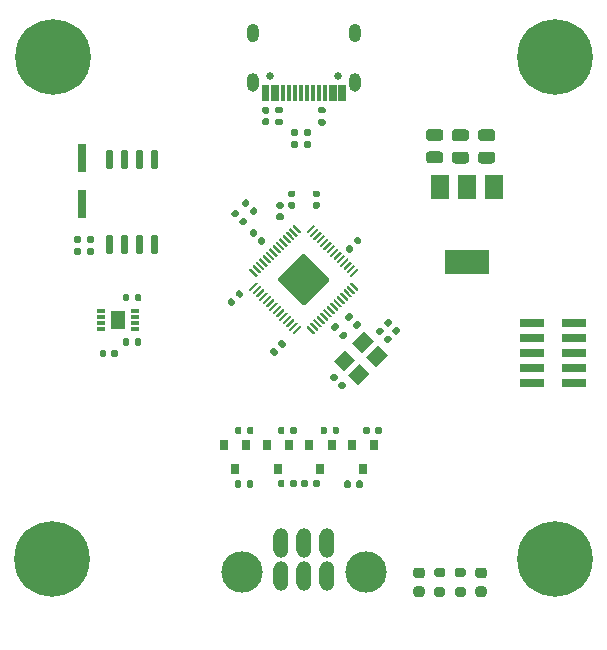
<source format=gts>
G04 #@! TF.GenerationSoftware,KiCad,Pcbnew,5.1.10*
G04 #@! TF.CreationDate,2021-06-17T07:00:03-06:00*
G04 #@! TF.ProjectId,cable-link,6361626c-652d-46c6-996e-6b2e6b696361,rev?*
G04 #@! TF.SameCoordinates,Original*
G04 #@! TF.FileFunction,Soldermask,Top*
G04 #@! TF.FilePolarity,Negative*
%FSLAX46Y46*%
G04 Gerber Fmt 4.6, Leading zero omitted, Abs format (unit mm)*
G04 Created by KiCad (PCBNEW 5.1.10) date 2021-06-17 07:00:03*
%MOMM*%
%LPD*%
G01*
G04 APERTURE LIST*
%ADD10R,2.050000X0.760000*%
%ADD11C,0.800000*%
%ADD12C,6.400000*%
%ADD13R,0.740000X2.400000*%
%ADD14O,1.270000X2.540000*%
%ADD15C,3.500000*%
%ADD16R,0.800000X0.900000*%
%ADD17R,3.800000X2.000000*%
%ADD18R,1.500000X2.000000*%
%ADD19R,0.750000X0.300000*%
%ADD20R,1.300000X1.500000*%
%ADD21C,0.150000*%
%ADD22R,0.300000X1.450000*%
%ADD23C,0.670000*%
G04 APERTURE END LIST*
D10*
G04 #@! TO.C,J4*
X67855000Y-51365000D03*
X64295000Y-51365000D03*
X67855000Y-50095000D03*
X64295000Y-50095000D03*
X67855000Y-48825000D03*
X64295000Y-48825000D03*
X67855000Y-47555000D03*
X64295000Y-47555000D03*
X67855000Y-46285000D03*
X64295000Y-46285000D03*
G04 #@! TD*
G04 #@! TO.C,C9*
G36*
G01*
X58725000Y-30900000D02*
X57775000Y-30900000D01*
G75*
G02*
X57525000Y-30650000I0J250000D01*
G01*
X57525000Y-30150000D01*
G75*
G02*
X57775000Y-29900000I250000J0D01*
G01*
X58725000Y-29900000D01*
G75*
G02*
X58975000Y-30150000I0J-250000D01*
G01*
X58975000Y-30650000D01*
G75*
G02*
X58725000Y-30900000I-250000J0D01*
G01*
G37*
G36*
G01*
X58725000Y-32800000D02*
X57775000Y-32800000D01*
G75*
G02*
X57525000Y-32550000I0J250000D01*
G01*
X57525000Y-32050000D01*
G75*
G02*
X57775000Y-31800000I250000J0D01*
G01*
X58725000Y-31800000D01*
G75*
G02*
X58975000Y-32050000I0J-250000D01*
G01*
X58975000Y-32550000D01*
G75*
G02*
X58725000Y-32800000I-250000J0D01*
G01*
G37*
G04 #@! TD*
G04 #@! TO.C,C5*
G36*
G01*
X56550000Y-30875000D02*
X55600000Y-30875000D01*
G75*
G02*
X55350000Y-30625000I0J250000D01*
G01*
X55350000Y-30125000D01*
G75*
G02*
X55600000Y-29875000I250000J0D01*
G01*
X56550000Y-29875000D01*
G75*
G02*
X56800000Y-30125000I0J-250000D01*
G01*
X56800000Y-30625000D01*
G75*
G02*
X56550000Y-30875000I-250000J0D01*
G01*
G37*
G36*
G01*
X56550000Y-32775000D02*
X55600000Y-32775000D01*
G75*
G02*
X55350000Y-32525000I0J250000D01*
G01*
X55350000Y-32025000D01*
G75*
G02*
X55600000Y-31775000I250000J0D01*
G01*
X56550000Y-31775000D01*
G75*
G02*
X56800000Y-32025000I0J-250000D01*
G01*
X56800000Y-32525000D01*
G75*
G02*
X56550000Y-32775000I-250000J0D01*
G01*
G37*
G04 #@! TD*
D11*
G04 #@! TO.C,H4*
X25394112Y-64605888D03*
X23697056Y-63902944D03*
X22000000Y-64605888D03*
X21297056Y-66302944D03*
X22000000Y-68000000D03*
X23697056Y-68702944D03*
X25394112Y-68000000D03*
X26097056Y-66302944D03*
D12*
X23697056Y-66302944D03*
G04 #@! TD*
D11*
G04 #@! TO.C,H3*
X67947056Y-64552944D03*
X66250000Y-63850000D03*
X64552944Y-64552944D03*
X63850000Y-66250000D03*
X64552944Y-67947056D03*
X66250000Y-68650000D03*
X67947056Y-67947056D03*
X68650000Y-66250000D03*
D12*
X66250000Y-66250000D03*
G04 #@! TD*
D11*
G04 #@! TO.C,H2*
X67947056Y-22052944D03*
X66250000Y-21350000D03*
X64552944Y-22052944D03*
X63850000Y-23750000D03*
X64552944Y-25447056D03*
X66250000Y-26150000D03*
X67947056Y-25447056D03*
X68650000Y-23750000D03*
D12*
X66250000Y-23750000D03*
G04 #@! TD*
D11*
G04 #@! TO.C,H1*
X25447056Y-22052944D03*
X23750000Y-21350000D03*
X22052944Y-22052944D03*
X21350000Y-23750000D03*
X22052944Y-25447056D03*
X23750000Y-26150000D03*
X25447056Y-25447056D03*
X26150000Y-23750000D03*
D12*
X23750000Y-23750000D03*
G04 #@! TD*
G04 #@! TO.C,C2*
G36*
G01*
X48542355Y-51654630D02*
X48301939Y-51895046D01*
G75*
G02*
X48103949Y-51895046I-98995J98995D01*
G01*
X47905959Y-51697056D01*
G75*
G02*
X47905959Y-51499066I98995J98995D01*
G01*
X48146375Y-51258650D01*
G75*
G02*
X48344365Y-51258650I98995J-98995D01*
G01*
X48542355Y-51456640D01*
G75*
G02*
X48542355Y-51654630I-98995J-98995D01*
G01*
G37*
G36*
G01*
X47863533Y-50975808D02*
X47623117Y-51216224D01*
G75*
G02*
X47425127Y-51216224I-98995J98995D01*
G01*
X47227137Y-51018234D01*
G75*
G02*
X47227137Y-50820244I98995J98995D01*
G01*
X47467553Y-50579828D01*
G75*
G02*
X47665543Y-50579828I98995J-98995D01*
G01*
X47863533Y-50777818D01*
G75*
G02*
X47863533Y-50975808I-98995J-98995D01*
G01*
G37*
G04 #@! TD*
G04 #@! TO.C,C3*
G36*
G01*
X41732609Y-39417193D02*
X41492193Y-39657609D01*
G75*
G02*
X41294203Y-39657609I-98995J98995D01*
G01*
X41096213Y-39459619D01*
G75*
G02*
X41096213Y-39261629I98995J98995D01*
G01*
X41336629Y-39021213D01*
G75*
G02*
X41534619Y-39021213I98995J-98995D01*
G01*
X41732609Y-39219203D01*
G75*
G02*
X41732609Y-39417193I-98995J-98995D01*
G01*
G37*
G36*
G01*
X41053787Y-38738371D02*
X40813371Y-38978787D01*
G75*
G02*
X40615381Y-38978787I-98995J98995D01*
G01*
X40417391Y-38780797D01*
G75*
G02*
X40417391Y-38582807I98995J98995D01*
G01*
X40657807Y-38342391D01*
G75*
G02*
X40855797Y-38342391I98995J-98995D01*
G01*
X41053787Y-38540381D01*
G75*
G02*
X41053787Y-38738371I-98995J-98995D01*
G01*
G37*
G04 #@! TD*
G04 #@! TO.C,C4*
G36*
G01*
X52496213Y-46886629D02*
X52736629Y-46646213D01*
G75*
G02*
X52934619Y-46646213I98995J-98995D01*
G01*
X53132609Y-46844203D01*
G75*
G02*
X53132609Y-47042193I-98995J-98995D01*
G01*
X52892193Y-47282609D01*
G75*
G02*
X52694203Y-47282609I-98995J98995D01*
G01*
X52496213Y-47084619D01*
G75*
G02*
X52496213Y-46886629I98995J98995D01*
G01*
G37*
G36*
G01*
X51817391Y-46207807D02*
X52057807Y-45967391D01*
G75*
G02*
X52255797Y-45967391I98995J-98995D01*
G01*
X52453787Y-46165381D01*
G75*
G02*
X52453787Y-46363371I-98995J-98995D01*
G01*
X52213371Y-46603787D01*
G75*
G02*
X52015381Y-46603787I-98995J98995D01*
G01*
X51817391Y-46405797D01*
G75*
G02*
X51817391Y-46207807I98995J98995D01*
G01*
G37*
G04 #@! TD*
G04 #@! TO.C,C6*
G36*
G01*
X42805000Y-37025000D02*
X43145000Y-37025000D01*
G75*
G02*
X43285000Y-37165000I0J-140000D01*
G01*
X43285000Y-37445000D01*
G75*
G02*
X43145000Y-37585000I-140000J0D01*
G01*
X42805000Y-37585000D01*
G75*
G02*
X42665000Y-37445000I0J140000D01*
G01*
X42665000Y-37165000D01*
G75*
G02*
X42805000Y-37025000I140000J0D01*
G01*
G37*
G36*
G01*
X42805000Y-36065000D02*
X43145000Y-36065000D01*
G75*
G02*
X43285000Y-36205000I0J-140000D01*
G01*
X43285000Y-36485000D01*
G75*
G02*
X43145000Y-36625000I-140000J0D01*
G01*
X42805000Y-36625000D01*
G75*
G02*
X42665000Y-36485000I0J140000D01*
G01*
X42665000Y-36205000D01*
G75*
G02*
X42805000Y-36065000I140000J0D01*
G01*
G37*
G04 #@! TD*
G04 #@! TO.C,C7*
G36*
G01*
X43805000Y-35090000D02*
X44145000Y-35090000D01*
G75*
G02*
X44285000Y-35230000I0J-140000D01*
G01*
X44285000Y-35510000D01*
G75*
G02*
X44145000Y-35650000I-140000J0D01*
G01*
X43805000Y-35650000D01*
G75*
G02*
X43665000Y-35510000I0J140000D01*
G01*
X43665000Y-35230000D01*
G75*
G02*
X43805000Y-35090000I140000J0D01*
G01*
G37*
G36*
G01*
X43805000Y-36050000D02*
X44145000Y-36050000D01*
G75*
G02*
X44285000Y-36190000I0J-140000D01*
G01*
X44285000Y-36470000D01*
G75*
G02*
X44145000Y-36610000I-140000J0D01*
G01*
X43805000Y-36610000D01*
G75*
G02*
X43665000Y-36470000I0J140000D01*
G01*
X43665000Y-36190000D01*
G75*
G02*
X43805000Y-36050000I140000J0D01*
G01*
G37*
G04 #@! TD*
G04 #@! TO.C,C8*
G36*
G01*
X39503787Y-37113371D02*
X39263371Y-37353787D01*
G75*
G02*
X39065381Y-37353787I-98995J98995D01*
G01*
X38867391Y-37155797D01*
G75*
G02*
X38867391Y-36957807I98995J98995D01*
G01*
X39107807Y-36717391D01*
G75*
G02*
X39305797Y-36717391I98995J-98995D01*
G01*
X39503787Y-36915381D01*
G75*
G02*
X39503787Y-37113371I-98995J-98995D01*
G01*
G37*
G36*
G01*
X40182609Y-37792193D02*
X39942193Y-38032609D01*
G75*
G02*
X39744203Y-38032609I-98995J98995D01*
G01*
X39546213Y-37834619D01*
G75*
G02*
X39546213Y-37636629I98995J98995D01*
G01*
X39786629Y-37396213D01*
G75*
G02*
X39984619Y-37396213I98995J-98995D01*
G01*
X40182609Y-37594203D01*
G75*
G02*
X40182609Y-37792193I-98995J-98995D01*
G01*
G37*
G04 #@! TD*
G04 #@! TO.C,C10*
G36*
G01*
X46220000Y-36610000D02*
X45880000Y-36610000D01*
G75*
G02*
X45740000Y-36470000I0J140000D01*
G01*
X45740000Y-36190000D01*
G75*
G02*
X45880000Y-36050000I140000J0D01*
G01*
X46220000Y-36050000D01*
G75*
G02*
X46360000Y-36190000I0J-140000D01*
G01*
X46360000Y-36470000D01*
G75*
G02*
X46220000Y-36610000I-140000J0D01*
G01*
G37*
G36*
G01*
X46220000Y-35650000D02*
X45880000Y-35650000D01*
G75*
G02*
X45740000Y-35510000I0J140000D01*
G01*
X45740000Y-35230000D01*
G75*
G02*
X45880000Y-35090000I140000J0D01*
G01*
X46220000Y-35090000D01*
G75*
G02*
X46360000Y-35230000I0J-140000D01*
G01*
X46360000Y-35510000D01*
G75*
G02*
X46220000Y-35650000I-140000J0D01*
G01*
G37*
G04 #@! TD*
G04 #@! TO.C,C11*
G36*
G01*
X60950000Y-32800000D02*
X60000000Y-32800000D01*
G75*
G02*
X59750000Y-32550000I0J250000D01*
G01*
X59750000Y-32050000D01*
G75*
G02*
X60000000Y-31800000I250000J0D01*
G01*
X60950000Y-31800000D01*
G75*
G02*
X61200000Y-32050000I0J-250000D01*
G01*
X61200000Y-32550000D01*
G75*
G02*
X60950000Y-32800000I-250000J0D01*
G01*
G37*
G36*
G01*
X60950000Y-30900000D02*
X60000000Y-30900000D01*
G75*
G02*
X59750000Y-30650000I0J250000D01*
G01*
X59750000Y-30150000D01*
G75*
G02*
X60000000Y-29900000I250000J0D01*
G01*
X60950000Y-29900000D01*
G75*
G02*
X61200000Y-30150000I0J-250000D01*
G01*
X61200000Y-30650000D01*
G75*
G02*
X60950000Y-30900000I-250000J0D01*
G01*
G37*
G04 #@! TD*
G04 #@! TO.C,C12*
G36*
G01*
X49475485Y-39653913D02*
X49235069Y-39413497D01*
G75*
G02*
X49235069Y-39215507I98995J98995D01*
G01*
X49433059Y-39017517D01*
G75*
G02*
X49631049Y-39017517I98995J-98995D01*
G01*
X49871465Y-39257933D01*
G75*
G02*
X49871465Y-39455923I-98995J-98995D01*
G01*
X49673475Y-39653913D01*
G75*
G02*
X49475485Y-39653913I-98995J98995D01*
G01*
G37*
G36*
G01*
X48796663Y-40332735D02*
X48556247Y-40092319D01*
G75*
G02*
X48556247Y-39894329I98995J98995D01*
G01*
X48754237Y-39696339D01*
G75*
G02*
X48952227Y-39696339I98995J-98995D01*
G01*
X49192643Y-39936755D01*
G75*
G02*
X49192643Y-40134745I-98995J-98995D01*
G01*
X48994653Y-40332735D01*
G75*
G02*
X48796663Y-40332735I-98995J98995D01*
G01*
G37*
G04 #@! TD*
G04 #@! TO.C,C13*
G36*
G01*
X48492391Y-45707807D02*
X48732807Y-45467391D01*
G75*
G02*
X48930797Y-45467391I98995J-98995D01*
G01*
X49128787Y-45665381D01*
G75*
G02*
X49128787Y-45863371I-98995J-98995D01*
G01*
X48888371Y-46103787D01*
G75*
G02*
X48690381Y-46103787I-98995J98995D01*
G01*
X48492391Y-45905797D01*
G75*
G02*
X48492391Y-45707807I98995J98995D01*
G01*
G37*
G36*
G01*
X49171213Y-46386629D02*
X49411629Y-46146213D01*
G75*
G02*
X49609619Y-46146213I98995J-98995D01*
G01*
X49807609Y-46344203D01*
G75*
G02*
X49807609Y-46542193I-98995J-98995D01*
G01*
X49567193Y-46782609D01*
G75*
G02*
X49369203Y-46782609I-98995J98995D01*
G01*
X49171213Y-46584619D01*
G75*
G02*
X49171213Y-46386629I98995J98995D01*
G01*
G37*
G04 #@! TD*
G04 #@! TO.C,C14*
G36*
G01*
X42563371Y-48421213D02*
X42803787Y-48661629D01*
G75*
G02*
X42803787Y-48859619I-98995J-98995D01*
G01*
X42605797Y-49057609D01*
G75*
G02*
X42407807Y-49057609I-98995J98995D01*
G01*
X42167391Y-48817193D01*
G75*
G02*
X42167391Y-48619203I98995J98995D01*
G01*
X42365381Y-48421213D01*
G75*
G02*
X42563371Y-48421213I98995J-98995D01*
G01*
G37*
G36*
G01*
X43242193Y-47742391D02*
X43482609Y-47982807D01*
G75*
G02*
X43482609Y-48180797I-98995J-98995D01*
G01*
X43284619Y-48378787D01*
G75*
G02*
X43086629Y-48378787I-98995J98995D01*
G01*
X42846213Y-48138371D01*
G75*
G02*
X42846213Y-47940381I98995J98995D01*
G01*
X43044203Y-47742391D01*
G75*
G02*
X43242193Y-47742391I98995J-98995D01*
G01*
G37*
G04 #@! TD*
G04 #@! TO.C,C15*
G36*
G01*
X39625488Y-43507645D02*
X39865904Y-43748061D01*
G75*
G02*
X39865904Y-43946051I-98995J-98995D01*
G01*
X39667914Y-44144041D01*
G75*
G02*
X39469924Y-44144041I-98995J98995D01*
G01*
X39229508Y-43903625D01*
G75*
G02*
X39229508Y-43705635I98995J98995D01*
G01*
X39427498Y-43507645D01*
G75*
G02*
X39625488Y-43507645I98995J-98995D01*
G01*
G37*
G36*
G01*
X38946666Y-44186467D02*
X39187082Y-44426883D01*
G75*
G02*
X39187082Y-44624873I-98995J-98995D01*
G01*
X38989092Y-44822863D01*
G75*
G02*
X38791102Y-44822863I-98995J98995D01*
G01*
X38550686Y-44582447D01*
G75*
G02*
X38550686Y-44384457I98995J98995D01*
G01*
X38748676Y-44186467D01*
G75*
G02*
X38946666Y-44186467I98995J-98995D01*
G01*
G37*
G04 #@! TD*
G04 #@! TO.C,C16*
G36*
G01*
X40378787Y-36238371D02*
X40138371Y-36478787D01*
G75*
G02*
X39940381Y-36478787I-98995J98995D01*
G01*
X39742391Y-36280797D01*
G75*
G02*
X39742391Y-36082807I98995J98995D01*
G01*
X39982807Y-35842391D01*
G75*
G02*
X40180797Y-35842391I98995J-98995D01*
G01*
X40378787Y-36040381D01*
G75*
G02*
X40378787Y-36238371I-98995J-98995D01*
G01*
G37*
G36*
G01*
X41057609Y-36917193D02*
X40817193Y-37157609D01*
G75*
G02*
X40619203Y-37157609I-98995J98995D01*
G01*
X40421213Y-36959619D01*
G75*
G02*
X40421213Y-36761629I98995J98995D01*
G01*
X40661629Y-36521213D01*
G75*
G02*
X40859619Y-36521213I98995J-98995D01*
G01*
X41057609Y-36719203D01*
G75*
G02*
X41057609Y-36917193I-98995J-98995D01*
G01*
G37*
G04 #@! TD*
G04 #@! TO.C,C17*
G36*
G01*
X29235000Y-48705000D02*
X29235000Y-49045000D01*
G75*
G02*
X29095000Y-49185000I-140000J0D01*
G01*
X28815000Y-49185000D01*
G75*
G02*
X28675000Y-49045000I0J140000D01*
G01*
X28675000Y-48705000D01*
G75*
G02*
X28815000Y-48565000I140000J0D01*
G01*
X29095000Y-48565000D01*
G75*
G02*
X29235000Y-48705000I0J-140000D01*
G01*
G37*
G36*
G01*
X28275000Y-48705000D02*
X28275000Y-49045000D01*
G75*
G02*
X28135000Y-49185000I-140000J0D01*
G01*
X27855000Y-49185000D01*
G75*
G02*
X27715000Y-49045000I0J140000D01*
G01*
X27715000Y-48705000D01*
G75*
G02*
X27855000Y-48565000I140000J0D01*
G01*
X28135000Y-48565000D01*
G75*
G02*
X28275000Y-48705000I0J-140000D01*
G01*
G37*
G04 #@! TD*
G04 #@! TO.C,C18*
G36*
G01*
X41945000Y-29535000D02*
X41605000Y-29535000D01*
G75*
G02*
X41465000Y-29395000I0J140000D01*
G01*
X41465000Y-29115000D01*
G75*
G02*
X41605000Y-28975000I140000J0D01*
G01*
X41945000Y-28975000D01*
G75*
G02*
X42085000Y-29115000I0J-140000D01*
G01*
X42085000Y-29395000D01*
G75*
G02*
X41945000Y-29535000I-140000J0D01*
G01*
G37*
G36*
G01*
X41945000Y-28575000D02*
X41605000Y-28575000D01*
G75*
G02*
X41465000Y-28435000I0J140000D01*
G01*
X41465000Y-28155000D01*
G75*
G02*
X41605000Y-28015000I140000J0D01*
G01*
X41945000Y-28015000D01*
G75*
G02*
X42085000Y-28155000I0J-140000D01*
G01*
X42085000Y-28435000D01*
G75*
G02*
X41945000Y-28575000I-140000J0D01*
G01*
G37*
G04 #@! TD*
G04 #@! TO.C,D1*
G36*
G01*
X60256250Y-69475000D02*
X59743750Y-69475000D01*
G75*
G02*
X59525000Y-69256250I0J218750D01*
G01*
X59525000Y-68818750D01*
G75*
G02*
X59743750Y-68600000I218750J0D01*
G01*
X60256250Y-68600000D01*
G75*
G02*
X60475000Y-68818750I0J-218750D01*
G01*
X60475000Y-69256250D01*
G75*
G02*
X60256250Y-69475000I-218750J0D01*
G01*
G37*
G36*
G01*
X60256250Y-67900000D02*
X59743750Y-67900000D01*
G75*
G02*
X59525000Y-67681250I0J218750D01*
G01*
X59525000Y-67243750D01*
G75*
G02*
X59743750Y-67025000I218750J0D01*
G01*
X60256250Y-67025000D01*
G75*
G02*
X60475000Y-67243750I0J-218750D01*
G01*
X60475000Y-67681250D01*
G75*
G02*
X60256250Y-67900000I-218750J0D01*
G01*
G37*
G04 #@! TD*
G04 #@! TO.C,D2*
G36*
G01*
X55006250Y-67900000D02*
X54493750Y-67900000D01*
G75*
G02*
X54275000Y-67681250I0J218750D01*
G01*
X54275000Y-67243750D01*
G75*
G02*
X54493750Y-67025000I218750J0D01*
G01*
X55006250Y-67025000D01*
G75*
G02*
X55225000Y-67243750I0J-218750D01*
G01*
X55225000Y-67681250D01*
G75*
G02*
X55006250Y-67900000I-218750J0D01*
G01*
G37*
G36*
G01*
X55006250Y-69475000D02*
X54493750Y-69475000D01*
G75*
G02*
X54275000Y-69256250I0J218750D01*
G01*
X54275000Y-68818750D01*
G75*
G02*
X54493750Y-68600000I218750J0D01*
G01*
X55006250Y-68600000D01*
G75*
G02*
X55225000Y-68818750I0J-218750D01*
G01*
X55225000Y-69256250D01*
G75*
G02*
X55006250Y-69475000I-218750J0D01*
G01*
G37*
G04 #@! TD*
D13*
G04 #@! TO.C,J2*
X26200000Y-36225000D03*
X26200000Y-32325000D03*
G04 #@! TD*
D14*
G04 #@! TO.C,J3*
X46930000Y-64890000D03*
X45000000Y-64890000D03*
X43070000Y-64890000D03*
X46930000Y-67700000D03*
X45000000Y-67700000D03*
X43070000Y-67700000D03*
D15*
X50250000Y-67395000D03*
X39780000Y-67395000D03*
G04 #@! TD*
D16*
G04 #@! TO.C,Q1*
X42800000Y-58650000D03*
X41850000Y-56650000D03*
X43750000Y-56650000D03*
G04 #@! TD*
G04 #@! TO.C,Q2*
X39150000Y-58650001D03*
X38200000Y-56650001D03*
X40100000Y-56650001D03*
G04 #@! TD*
G04 #@! TO.C,Q3*
X50950000Y-56650000D03*
X49050000Y-56650000D03*
X50000000Y-58650000D03*
G04 #@! TD*
G04 #@! TO.C,Q4*
X47350000Y-56650001D03*
X45450000Y-56650001D03*
X46400000Y-58650001D03*
G04 #@! TD*
G04 #@! TO.C,R1*
G36*
G01*
X47294063Y-46572953D02*
X47555692Y-46311324D01*
G75*
G02*
X47746610Y-46311324I95459J-95459D01*
G01*
X47937529Y-46502243D01*
G75*
G02*
X47937529Y-46693161I-95459J-95459D01*
G01*
X47675900Y-46954790D01*
G75*
G02*
X47484982Y-46954790I-95459J95459D01*
G01*
X47294063Y-46763871D01*
G75*
G02*
X47294063Y-46572953I95459J95459D01*
G01*
G37*
G36*
G01*
X48015311Y-47294201D02*
X48276940Y-47032572D01*
G75*
G02*
X48467858Y-47032572I95459J-95459D01*
G01*
X48658777Y-47223491D01*
G75*
G02*
X48658777Y-47414409I-95459J-95459D01*
G01*
X48397148Y-47676038D01*
G75*
G02*
X48206230Y-47676038I-95459J95459D01*
G01*
X48015311Y-47485119D01*
G75*
G02*
X48015311Y-47294201I95459J95459D01*
G01*
G37*
G04 #@! TD*
G04 #@! TO.C,R2*
G36*
G01*
X42690000Y-29015000D02*
X43060000Y-29015000D01*
G75*
G02*
X43195000Y-29150000I0J-135000D01*
G01*
X43195000Y-29420000D01*
G75*
G02*
X43060000Y-29555000I-135000J0D01*
G01*
X42690000Y-29555000D01*
G75*
G02*
X42555000Y-29420000I0J135000D01*
G01*
X42555000Y-29150000D01*
G75*
G02*
X42690000Y-29015000I135000J0D01*
G01*
G37*
G36*
G01*
X42690000Y-27995000D02*
X43060000Y-27995000D01*
G75*
G02*
X43195000Y-28130000I0J-135000D01*
G01*
X43195000Y-28400000D01*
G75*
G02*
X43060000Y-28535000I-135000J0D01*
G01*
X42690000Y-28535000D01*
G75*
G02*
X42555000Y-28400000I0J135000D01*
G01*
X42555000Y-28130000D01*
G75*
G02*
X42690000Y-27995000I135000J0D01*
G01*
G37*
G04 #@! TD*
G04 #@! TO.C,R3*
G36*
G01*
X46705000Y-28560000D02*
X46335000Y-28560000D01*
G75*
G02*
X46200000Y-28425000I0J135000D01*
G01*
X46200000Y-28155000D01*
G75*
G02*
X46335000Y-28020000I135000J0D01*
G01*
X46705000Y-28020000D01*
G75*
G02*
X46840000Y-28155000I0J-135000D01*
G01*
X46840000Y-28425000D01*
G75*
G02*
X46705000Y-28560000I-135000J0D01*
G01*
G37*
G36*
G01*
X46705000Y-29580000D02*
X46335000Y-29580000D01*
G75*
G02*
X46200000Y-29445000I0J135000D01*
G01*
X46200000Y-29175000D01*
G75*
G02*
X46335000Y-29040000I135000J0D01*
G01*
X46705000Y-29040000D01*
G75*
G02*
X46840000Y-29175000I0J-135000D01*
G01*
X46840000Y-29445000D01*
G75*
G02*
X46705000Y-29580000I-135000J0D01*
G01*
G37*
G04 #@! TD*
G04 #@! TO.C,R4*
G36*
G01*
X57975000Y-67025000D02*
X58525000Y-67025000D01*
G75*
G02*
X58725000Y-67225000I0J-200000D01*
G01*
X58725000Y-67625000D01*
G75*
G02*
X58525000Y-67825000I-200000J0D01*
G01*
X57975000Y-67825000D01*
G75*
G02*
X57775000Y-67625000I0J200000D01*
G01*
X57775000Y-67225000D01*
G75*
G02*
X57975000Y-67025000I200000J0D01*
G01*
G37*
G36*
G01*
X57975000Y-68675000D02*
X58525000Y-68675000D01*
G75*
G02*
X58725000Y-68875000I0J-200000D01*
G01*
X58725000Y-69275000D01*
G75*
G02*
X58525000Y-69475000I-200000J0D01*
G01*
X57975000Y-69475000D01*
G75*
G02*
X57775000Y-69275000I0J200000D01*
G01*
X57775000Y-68875000D01*
G75*
G02*
X57975000Y-68675000I200000J0D01*
G01*
G37*
G04 #@! TD*
G04 #@! TO.C,R5*
G36*
G01*
X56225000Y-68675000D02*
X56775000Y-68675000D01*
G75*
G02*
X56975000Y-68875000I0J-200000D01*
G01*
X56975000Y-69275000D01*
G75*
G02*
X56775000Y-69475000I-200000J0D01*
G01*
X56225000Y-69475000D01*
G75*
G02*
X56025000Y-69275000I0J200000D01*
G01*
X56025000Y-68875000D01*
G75*
G02*
X56225000Y-68675000I200000J0D01*
G01*
G37*
G36*
G01*
X56225000Y-67025000D02*
X56775000Y-67025000D01*
G75*
G02*
X56975000Y-67225000I0J-200000D01*
G01*
X56975000Y-67625000D01*
G75*
G02*
X56775000Y-67825000I-200000J0D01*
G01*
X56225000Y-67825000D01*
G75*
G02*
X56025000Y-67625000I0J200000D01*
G01*
X56025000Y-67225000D01*
G75*
G02*
X56225000Y-67025000I200000J0D01*
G01*
G37*
G04 #@! TD*
G04 #@! TO.C,R6*
G36*
G01*
X44035000Y-30910000D02*
X44405000Y-30910000D01*
G75*
G02*
X44540000Y-31045000I0J-135000D01*
G01*
X44540000Y-31315000D01*
G75*
G02*
X44405000Y-31450000I-135000J0D01*
G01*
X44035000Y-31450000D01*
G75*
G02*
X43900000Y-31315000I0J135000D01*
G01*
X43900000Y-31045000D01*
G75*
G02*
X44035000Y-30910000I135000J0D01*
G01*
G37*
G36*
G01*
X44035000Y-29890000D02*
X44405000Y-29890000D01*
G75*
G02*
X44540000Y-30025000I0J-135000D01*
G01*
X44540000Y-30295000D01*
G75*
G02*
X44405000Y-30430000I-135000J0D01*
G01*
X44035000Y-30430000D01*
G75*
G02*
X43900000Y-30295000I0J135000D01*
G01*
X43900000Y-30025000D01*
G75*
G02*
X44035000Y-29890000I135000J0D01*
G01*
G37*
G04 #@! TD*
G04 #@! TO.C,R7*
G36*
G01*
X45115000Y-29890000D02*
X45485000Y-29890000D01*
G75*
G02*
X45620000Y-30025000I0J-135000D01*
G01*
X45620000Y-30295000D01*
G75*
G02*
X45485000Y-30430000I-135000J0D01*
G01*
X45115000Y-30430000D01*
G75*
G02*
X44980000Y-30295000I0J135000D01*
G01*
X44980000Y-30025000D01*
G75*
G02*
X45115000Y-29890000I135000J0D01*
G01*
G37*
G36*
G01*
X45115000Y-30910000D02*
X45485000Y-30910000D01*
G75*
G02*
X45620000Y-31045000I0J-135000D01*
G01*
X45620000Y-31315000D01*
G75*
G02*
X45485000Y-31450000I-135000J0D01*
G01*
X45115000Y-31450000D01*
G75*
G02*
X44980000Y-31315000I0J135000D01*
G01*
X44980000Y-31045000D01*
G75*
G02*
X45115000Y-30910000I135000J0D01*
G01*
G37*
G04 #@! TD*
G04 #@! TO.C,R8*
G36*
G01*
X25665000Y-39990000D02*
X26035000Y-39990000D01*
G75*
G02*
X26170000Y-40125000I0J-135000D01*
G01*
X26170000Y-40395000D01*
G75*
G02*
X26035000Y-40530000I-135000J0D01*
G01*
X25665000Y-40530000D01*
G75*
G02*
X25530000Y-40395000I0J135000D01*
G01*
X25530000Y-40125000D01*
G75*
G02*
X25665000Y-39990000I135000J0D01*
G01*
G37*
G36*
G01*
X25665000Y-38970000D02*
X26035000Y-38970000D01*
G75*
G02*
X26170000Y-39105000I0J-135000D01*
G01*
X26170000Y-39375000D01*
G75*
G02*
X26035000Y-39510000I-135000J0D01*
G01*
X25665000Y-39510000D01*
G75*
G02*
X25530000Y-39375000I0J135000D01*
G01*
X25530000Y-39105000D01*
G75*
G02*
X25665000Y-38970000I135000J0D01*
G01*
G37*
G04 #@! TD*
G04 #@! TO.C,R9*
G36*
G01*
X27135000Y-40530000D02*
X26765000Y-40530000D01*
G75*
G02*
X26630000Y-40395000I0J135000D01*
G01*
X26630000Y-40125000D01*
G75*
G02*
X26765000Y-39990000I135000J0D01*
G01*
X27135000Y-39990000D01*
G75*
G02*
X27270000Y-40125000I0J-135000D01*
G01*
X27270000Y-40395000D01*
G75*
G02*
X27135000Y-40530000I-135000J0D01*
G01*
G37*
G36*
G01*
X27135000Y-39510000D02*
X26765000Y-39510000D01*
G75*
G02*
X26630000Y-39375000I0J135000D01*
G01*
X26630000Y-39105000D01*
G75*
G02*
X26765000Y-38970000I135000J0D01*
G01*
X27135000Y-38970000D01*
G75*
G02*
X27270000Y-39105000I0J-135000D01*
G01*
X27270000Y-39375000D01*
G75*
G02*
X27135000Y-39510000I-135000J0D01*
G01*
G37*
G04 #@! TD*
G04 #@! TO.C,R10*
G36*
G01*
X44380000Y-55214999D02*
X44380000Y-55584999D01*
G75*
G02*
X44245000Y-55719999I-135000J0D01*
G01*
X43975000Y-55719999D01*
G75*
G02*
X43840000Y-55584999I0J135000D01*
G01*
X43840000Y-55214999D01*
G75*
G02*
X43975000Y-55079999I135000J0D01*
G01*
X44245000Y-55079999D01*
G75*
G02*
X44380000Y-55214999I0J-135000D01*
G01*
G37*
G36*
G01*
X43360000Y-55214999D02*
X43360000Y-55584999D01*
G75*
G02*
X43225000Y-55719999I-135000J0D01*
G01*
X42955000Y-55719999D01*
G75*
G02*
X42820000Y-55584999I0J135000D01*
G01*
X42820000Y-55214999D01*
G75*
G02*
X42955000Y-55079999I135000J0D01*
G01*
X43225000Y-55079999D01*
G75*
G02*
X43360000Y-55214999I0J-135000D01*
G01*
G37*
G04 #@! TD*
G04 #@! TO.C,R11*
G36*
G01*
X39710000Y-55215000D02*
X39710000Y-55585000D01*
G75*
G02*
X39575000Y-55720000I-135000J0D01*
G01*
X39305000Y-55720000D01*
G75*
G02*
X39170000Y-55585000I0J135000D01*
G01*
X39170000Y-55215000D01*
G75*
G02*
X39305000Y-55080000I135000J0D01*
G01*
X39575000Y-55080000D01*
G75*
G02*
X39710000Y-55215000I0J-135000D01*
G01*
G37*
G36*
G01*
X40730000Y-55215000D02*
X40730000Y-55585000D01*
G75*
G02*
X40595000Y-55720000I-135000J0D01*
G01*
X40325000Y-55720000D01*
G75*
G02*
X40190000Y-55585000I0J135000D01*
G01*
X40190000Y-55215000D01*
G75*
G02*
X40325000Y-55080000I135000J0D01*
G01*
X40595000Y-55080000D01*
G75*
G02*
X40730000Y-55215000I0J-135000D01*
G01*
G37*
G04 #@! TD*
G04 #@! TO.C,R12*
G36*
G01*
X44380000Y-59715000D02*
X44380000Y-60085000D01*
G75*
G02*
X44245000Y-60220000I-135000J0D01*
G01*
X43975000Y-60220000D01*
G75*
G02*
X43840000Y-60085000I0J135000D01*
G01*
X43840000Y-59715000D01*
G75*
G02*
X43975000Y-59580000I135000J0D01*
G01*
X44245000Y-59580000D01*
G75*
G02*
X44380000Y-59715000I0J-135000D01*
G01*
G37*
G36*
G01*
X43360000Y-59715000D02*
X43360000Y-60085000D01*
G75*
G02*
X43225000Y-60220000I-135000J0D01*
G01*
X42955000Y-60220000D01*
G75*
G02*
X42820000Y-60085000I0J135000D01*
G01*
X42820000Y-59715000D01*
G75*
G02*
X42955000Y-59580000I135000J0D01*
G01*
X43225000Y-59580000D01*
G75*
G02*
X43360000Y-59715000I0J-135000D01*
G01*
G37*
G04 #@! TD*
G04 #@! TO.C,R13*
G36*
G01*
X40720001Y-59765000D02*
X40720001Y-60135000D01*
G75*
G02*
X40585001Y-60270000I-135000J0D01*
G01*
X40315001Y-60270000D01*
G75*
G02*
X40180001Y-60135000I0J135000D01*
G01*
X40180001Y-59765000D01*
G75*
G02*
X40315001Y-59630000I135000J0D01*
G01*
X40585001Y-59630000D01*
G75*
G02*
X40720001Y-59765000I0J-135000D01*
G01*
G37*
G36*
G01*
X39700001Y-59765000D02*
X39700001Y-60135000D01*
G75*
G02*
X39565001Y-60270000I-135000J0D01*
G01*
X39295001Y-60270000D01*
G75*
G02*
X39160001Y-60135000I0J135000D01*
G01*
X39160001Y-59765000D01*
G75*
G02*
X39295001Y-59630000I135000J0D01*
G01*
X39565001Y-59630000D01*
G75*
G02*
X39700001Y-59765000I0J-135000D01*
G01*
G37*
G04 #@! TD*
G04 #@! TO.C,R14*
G36*
G01*
X50560000Y-55214999D02*
X50560000Y-55584999D01*
G75*
G02*
X50425000Y-55719999I-135000J0D01*
G01*
X50155000Y-55719999D01*
G75*
G02*
X50020000Y-55584999I0J135000D01*
G01*
X50020000Y-55214999D01*
G75*
G02*
X50155000Y-55079999I135000J0D01*
G01*
X50425000Y-55079999D01*
G75*
G02*
X50560000Y-55214999I0J-135000D01*
G01*
G37*
G36*
G01*
X51580000Y-55214999D02*
X51580000Y-55584999D01*
G75*
G02*
X51445000Y-55719999I-135000J0D01*
G01*
X51175000Y-55719999D01*
G75*
G02*
X51040000Y-55584999I0J135000D01*
G01*
X51040000Y-55214999D01*
G75*
G02*
X51175000Y-55079999I135000J0D01*
G01*
X51445000Y-55079999D01*
G75*
G02*
X51580000Y-55214999I0J-135000D01*
G01*
G37*
G04 #@! TD*
G04 #@! TO.C,R15*
G36*
G01*
X46960000Y-55215000D02*
X46960000Y-55585000D01*
G75*
G02*
X46825000Y-55720000I-135000J0D01*
G01*
X46555000Y-55720000D01*
G75*
G02*
X46420000Y-55585000I0J135000D01*
G01*
X46420000Y-55215000D01*
G75*
G02*
X46555000Y-55080000I135000J0D01*
G01*
X46825000Y-55080000D01*
G75*
G02*
X46960000Y-55215000I0J-135000D01*
G01*
G37*
G36*
G01*
X47980000Y-55215000D02*
X47980000Y-55585000D01*
G75*
G02*
X47845000Y-55720000I-135000J0D01*
G01*
X47575000Y-55720000D01*
G75*
G02*
X47440000Y-55585000I0J135000D01*
G01*
X47440000Y-55215000D01*
G75*
G02*
X47575000Y-55080000I135000J0D01*
G01*
X47845000Y-55080000D01*
G75*
G02*
X47980000Y-55215000I0J-135000D01*
G01*
G37*
G04 #@! TD*
G04 #@! TO.C,R16*
G36*
G01*
X29670000Y-48085000D02*
X29670000Y-47715000D01*
G75*
G02*
X29805000Y-47580000I135000J0D01*
G01*
X30075000Y-47580000D01*
G75*
G02*
X30210000Y-47715000I0J-135000D01*
G01*
X30210000Y-48085000D01*
G75*
G02*
X30075000Y-48220000I-135000J0D01*
G01*
X29805000Y-48220000D01*
G75*
G02*
X29670000Y-48085000I0J135000D01*
G01*
G37*
G36*
G01*
X30690000Y-48085000D02*
X30690000Y-47715000D01*
G75*
G02*
X30825000Y-47580000I135000J0D01*
G01*
X31095000Y-47580000D01*
G75*
G02*
X31230000Y-47715000I0J-135000D01*
G01*
X31230000Y-48085000D01*
G75*
G02*
X31095000Y-48220000I-135000J0D01*
G01*
X30825000Y-48220000D01*
G75*
G02*
X30690000Y-48085000I0J135000D01*
G01*
G37*
G04 #@! TD*
G04 #@! TO.C,R17*
G36*
G01*
X30690000Y-44335000D02*
X30690000Y-43965000D01*
G75*
G02*
X30825000Y-43830000I135000J0D01*
G01*
X31095000Y-43830000D01*
G75*
G02*
X31230000Y-43965000I0J-135000D01*
G01*
X31230000Y-44335000D01*
G75*
G02*
X31095000Y-44470000I-135000J0D01*
G01*
X30825000Y-44470000D01*
G75*
G02*
X30690000Y-44335000I0J135000D01*
G01*
G37*
G36*
G01*
X29670000Y-44335000D02*
X29670000Y-43965000D01*
G75*
G02*
X29805000Y-43830000I135000J0D01*
G01*
X30075000Y-43830000D01*
G75*
G02*
X30210000Y-43965000I0J-135000D01*
G01*
X30210000Y-44335000D01*
G75*
G02*
X30075000Y-44470000I-135000J0D01*
G01*
X29805000Y-44470000D01*
G75*
G02*
X29670000Y-44335000I0J135000D01*
G01*
G37*
G04 #@! TD*
G04 #@! TO.C,R18*
G36*
G01*
X48420000Y-60135000D02*
X48420000Y-59765000D01*
G75*
G02*
X48555000Y-59630000I135000J0D01*
G01*
X48825000Y-59630000D01*
G75*
G02*
X48960000Y-59765000I0J-135000D01*
G01*
X48960000Y-60135000D01*
G75*
G02*
X48825000Y-60270000I-135000J0D01*
G01*
X48555000Y-60270000D01*
G75*
G02*
X48420000Y-60135000I0J135000D01*
G01*
G37*
G36*
G01*
X49440000Y-60135000D02*
X49440000Y-59765000D01*
G75*
G02*
X49575000Y-59630000I135000J0D01*
G01*
X49845000Y-59630000D01*
G75*
G02*
X49980000Y-59765000I0J-135000D01*
G01*
X49980000Y-60135000D01*
G75*
G02*
X49845000Y-60270000I-135000J0D01*
G01*
X49575000Y-60270000D01*
G75*
G02*
X49440000Y-60135000I0J135000D01*
G01*
G37*
G04 #@! TD*
G04 #@! TO.C,R19*
G36*
G01*
X44795000Y-60085000D02*
X44795000Y-59715000D01*
G75*
G02*
X44930000Y-59580000I135000J0D01*
G01*
X45200000Y-59580000D01*
G75*
G02*
X45335000Y-59715000I0J-135000D01*
G01*
X45335000Y-60085000D01*
G75*
G02*
X45200000Y-60220000I-135000J0D01*
G01*
X44930000Y-60220000D01*
G75*
G02*
X44795000Y-60085000I0J135000D01*
G01*
G37*
G36*
G01*
X45815000Y-60085000D02*
X45815000Y-59715000D01*
G75*
G02*
X45950000Y-59580000I135000J0D01*
G01*
X46220000Y-59580000D01*
G75*
G02*
X46355000Y-59715000I0J-135000D01*
G01*
X46355000Y-60085000D01*
G75*
G02*
X46220000Y-60220000I-135000J0D01*
G01*
X45950000Y-60220000D01*
G75*
G02*
X45815000Y-60085000I0J135000D01*
G01*
G37*
G04 #@! TD*
D17*
G04 #@! TO.C,U1*
X58825000Y-41100000D03*
D18*
X58825000Y-34800000D03*
X56525000Y-34800000D03*
X61125000Y-34800000D03*
G04 #@! TD*
G04 #@! TO.C,U2*
G36*
G01*
X44898177Y-44785918D02*
X42839082Y-42726823D01*
G75*
G02*
X42839082Y-42523177I101823J101823D01*
G01*
X44898177Y-40464082D01*
G75*
G02*
X45101823Y-40464082I101823J-101823D01*
G01*
X47160918Y-42523177D01*
G75*
G02*
X47160918Y-42726823I-101823J-101823D01*
G01*
X45101823Y-44785918D01*
G75*
G02*
X44898177Y-44785918I-101823J101823D01*
G01*
G37*
G36*
G01*
X40456839Y-43561916D02*
X40386129Y-43491206D01*
G75*
G02*
X40386129Y-43420496I35355J35355D01*
G01*
X40934137Y-42872488D01*
G75*
G02*
X41004847Y-42872488I35355J-35355D01*
G01*
X41075557Y-42943198D01*
G75*
G02*
X41075557Y-43013908I-35355J-35355D01*
G01*
X40527549Y-43561916D01*
G75*
G02*
X40456839Y-43561916I-35355J35355D01*
G01*
G37*
G36*
G01*
X40739682Y-43844759D02*
X40668972Y-43774049D01*
G75*
G02*
X40668972Y-43703339I35355J35355D01*
G01*
X41216980Y-43155331D01*
G75*
G02*
X41287690Y-43155331I35355J-35355D01*
G01*
X41358400Y-43226041D01*
G75*
G02*
X41358400Y-43296751I-35355J-35355D01*
G01*
X40810392Y-43844759D01*
G75*
G02*
X40739682Y-43844759I-35355J35355D01*
G01*
G37*
G36*
G01*
X41022524Y-44127601D02*
X40951814Y-44056891D01*
G75*
G02*
X40951814Y-43986181I35355J35355D01*
G01*
X41499822Y-43438173D01*
G75*
G02*
X41570532Y-43438173I35355J-35355D01*
G01*
X41641242Y-43508883D01*
G75*
G02*
X41641242Y-43579593I-35355J-35355D01*
G01*
X41093234Y-44127601D01*
G75*
G02*
X41022524Y-44127601I-35355J35355D01*
G01*
G37*
G36*
G01*
X41305367Y-44410444D02*
X41234657Y-44339734D01*
G75*
G02*
X41234657Y-44269024I35355J35355D01*
G01*
X41782665Y-43721016D01*
G75*
G02*
X41853375Y-43721016I35355J-35355D01*
G01*
X41924085Y-43791726D01*
G75*
G02*
X41924085Y-43862436I-35355J-35355D01*
G01*
X41376077Y-44410444D01*
G75*
G02*
X41305367Y-44410444I-35355J35355D01*
G01*
G37*
G36*
G01*
X41588210Y-44693287D02*
X41517500Y-44622577D01*
G75*
G02*
X41517500Y-44551867I35355J35355D01*
G01*
X42065508Y-44003859D01*
G75*
G02*
X42136218Y-44003859I35355J-35355D01*
G01*
X42206928Y-44074569D01*
G75*
G02*
X42206928Y-44145279I-35355J-35355D01*
G01*
X41658920Y-44693287D01*
G75*
G02*
X41588210Y-44693287I-35355J35355D01*
G01*
G37*
G36*
G01*
X41871052Y-44976129D02*
X41800342Y-44905419D01*
G75*
G02*
X41800342Y-44834709I35355J35355D01*
G01*
X42348350Y-44286701D01*
G75*
G02*
X42419060Y-44286701I35355J-35355D01*
G01*
X42489770Y-44357411D01*
G75*
G02*
X42489770Y-44428121I-35355J-35355D01*
G01*
X41941762Y-44976129D01*
G75*
G02*
X41871052Y-44976129I-35355J35355D01*
G01*
G37*
G36*
G01*
X42153895Y-45258972D02*
X42083185Y-45188262D01*
G75*
G02*
X42083185Y-45117552I35355J35355D01*
G01*
X42631193Y-44569544D01*
G75*
G02*
X42701903Y-44569544I35355J-35355D01*
G01*
X42772613Y-44640254D01*
G75*
G02*
X42772613Y-44710964I-35355J-35355D01*
G01*
X42224605Y-45258972D01*
G75*
G02*
X42153895Y-45258972I-35355J35355D01*
G01*
G37*
G36*
G01*
X42436738Y-45541815D02*
X42366028Y-45471105D01*
G75*
G02*
X42366028Y-45400395I35355J35355D01*
G01*
X42914036Y-44852387D01*
G75*
G02*
X42984746Y-44852387I35355J-35355D01*
G01*
X43055456Y-44923097D01*
G75*
G02*
X43055456Y-44993807I-35355J-35355D01*
G01*
X42507448Y-45541815D01*
G75*
G02*
X42436738Y-45541815I-35355J35355D01*
G01*
G37*
G36*
G01*
X42719581Y-45824658D02*
X42648871Y-45753948D01*
G75*
G02*
X42648871Y-45683238I35355J35355D01*
G01*
X43196879Y-45135230D01*
G75*
G02*
X43267589Y-45135230I35355J-35355D01*
G01*
X43338299Y-45205940D01*
G75*
G02*
X43338299Y-45276650I-35355J-35355D01*
G01*
X42790291Y-45824658D01*
G75*
G02*
X42719581Y-45824658I-35355J35355D01*
G01*
G37*
G36*
G01*
X43002423Y-46107500D02*
X42931713Y-46036790D01*
G75*
G02*
X42931713Y-45966080I35355J35355D01*
G01*
X43479721Y-45418072D01*
G75*
G02*
X43550431Y-45418072I35355J-35355D01*
G01*
X43621141Y-45488782D01*
G75*
G02*
X43621141Y-45559492I-35355J-35355D01*
G01*
X43073133Y-46107500D01*
G75*
G02*
X43002423Y-46107500I-35355J35355D01*
G01*
G37*
G36*
G01*
X43285266Y-46390343D02*
X43214556Y-46319633D01*
G75*
G02*
X43214556Y-46248923I35355J35355D01*
G01*
X43762564Y-45700915D01*
G75*
G02*
X43833274Y-45700915I35355J-35355D01*
G01*
X43903984Y-45771625D01*
G75*
G02*
X43903984Y-45842335I-35355J-35355D01*
G01*
X43355976Y-46390343D01*
G75*
G02*
X43285266Y-46390343I-35355J35355D01*
G01*
G37*
G36*
G01*
X43568109Y-46673186D02*
X43497399Y-46602476D01*
G75*
G02*
X43497399Y-46531766I35355J35355D01*
G01*
X44045407Y-45983758D01*
G75*
G02*
X44116117Y-45983758I35355J-35355D01*
G01*
X44186827Y-46054468D01*
G75*
G02*
X44186827Y-46125178I-35355J-35355D01*
G01*
X43638819Y-46673186D01*
G75*
G02*
X43568109Y-46673186I-35355J35355D01*
G01*
G37*
G36*
G01*
X43850951Y-46956028D02*
X43780241Y-46885318D01*
G75*
G02*
X43780241Y-46814608I35355J35355D01*
G01*
X44328249Y-46266600D01*
G75*
G02*
X44398959Y-46266600I35355J-35355D01*
G01*
X44469669Y-46337310D01*
G75*
G02*
X44469669Y-46408020I-35355J-35355D01*
G01*
X43921661Y-46956028D01*
G75*
G02*
X43850951Y-46956028I-35355J35355D01*
G01*
G37*
G36*
G01*
X44133794Y-47238871D02*
X44063084Y-47168161D01*
G75*
G02*
X44063084Y-47097451I35355J35355D01*
G01*
X44611092Y-46549443D01*
G75*
G02*
X44681802Y-46549443I35355J-35355D01*
G01*
X44752512Y-46620153D01*
G75*
G02*
X44752512Y-46690863I-35355J-35355D01*
G01*
X44204504Y-47238871D01*
G75*
G02*
X44133794Y-47238871I-35355J35355D01*
G01*
G37*
G36*
G01*
X45795496Y-47238871D02*
X45247488Y-46690863D01*
G75*
G02*
X45247488Y-46620153I35355J35355D01*
G01*
X45318198Y-46549443D01*
G75*
G02*
X45388908Y-46549443I35355J-35355D01*
G01*
X45936916Y-47097451D01*
G75*
G02*
X45936916Y-47168161I-35355J-35355D01*
G01*
X45866206Y-47238871D01*
G75*
G02*
X45795496Y-47238871I-35355J35355D01*
G01*
G37*
G36*
G01*
X46078339Y-46956028D02*
X45530331Y-46408020D01*
G75*
G02*
X45530331Y-46337310I35355J35355D01*
G01*
X45601041Y-46266600D01*
G75*
G02*
X45671751Y-46266600I35355J-35355D01*
G01*
X46219759Y-46814608D01*
G75*
G02*
X46219759Y-46885318I-35355J-35355D01*
G01*
X46149049Y-46956028D01*
G75*
G02*
X46078339Y-46956028I-35355J35355D01*
G01*
G37*
G36*
G01*
X46361181Y-46673186D02*
X45813173Y-46125178D01*
G75*
G02*
X45813173Y-46054468I35355J35355D01*
G01*
X45883883Y-45983758D01*
G75*
G02*
X45954593Y-45983758I35355J-35355D01*
G01*
X46502601Y-46531766D01*
G75*
G02*
X46502601Y-46602476I-35355J-35355D01*
G01*
X46431891Y-46673186D01*
G75*
G02*
X46361181Y-46673186I-35355J35355D01*
G01*
G37*
G36*
G01*
X46644024Y-46390343D02*
X46096016Y-45842335D01*
G75*
G02*
X46096016Y-45771625I35355J35355D01*
G01*
X46166726Y-45700915D01*
G75*
G02*
X46237436Y-45700915I35355J-35355D01*
G01*
X46785444Y-46248923D01*
G75*
G02*
X46785444Y-46319633I-35355J-35355D01*
G01*
X46714734Y-46390343D01*
G75*
G02*
X46644024Y-46390343I-35355J35355D01*
G01*
G37*
G36*
G01*
X46926867Y-46107500D02*
X46378859Y-45559492D01*
G75*
G02*
X46378859Y-45488782I35355J35355D01*
G01*
X46449569Y-45418072D01*
G75*
G02*
X46520279Y-45418072I35355J-35355D01*
G01*
X47068287Y-45966080D01*
G75*
G02*
X47068287Y-46036790I-35355J-35355D01*
G01*
X46997577Y-46107500D01*
G75*
G02*
X46926867Y-46107500I-35355J35355D01*
G01*
G37*
G36*
G01*
X47209709Y-45824658D02*
X46661701Y-45276650D01*
G75*
G02*
X46661701Y-45205940I35355J35355D01*
G01*
X46732411Y-45135230D01*
G75*
G02*
X46803121Y-45135230I35355J-35355D01*
G01*
X47351129Y-45683238D01*
G75*
G02*
X47351129Y-45753948I-35355J-35355D01*
G01*
X47280419Y-45824658D01*
G75*
G02*
X47209709Y-45824658I-35355J35355D01*
G01*
G37*
G36*
G01*
X47492552Y-45541815D02*
X46944544Y-44993807D01*
G75*
G02*
X46944544Y-44923097I35355J35355D01*
G01*
X47015254Y-44852387D01*
G75*
G02*
X47085964Y-44852387I35355J-35355D01*
G01*
X47633972Y-45400395D01*
G75*
G02*
X47633972Y-45471105I-35355J-35355D01*
G01*
X47563262Y-45541815D01*
G75*
G02*
X47492552Y-45541815I-35355J35355D01*
G01*
G37*
G36*
G01*
X47775395Y-45258972D02*
X47227387Y-44710964D01*
G75*
G02*
X47227387Y-44640254I35355J35355D01*
G01*
X47298097Y-44569544D01*
G75*
G02*
X47368807Y-44569544I35355J-35355D01*
G01*
X47916815Y-45117552D01*
G75*
G02*
X47916815Y-45188262I-35355J-35355D01*
G01*
X47846105Y-45258972D01*
G75*
G02*
X47775395Y-45258972I-35355J35355D01*
G01*
G37*
G36*
G01*
X48058238Y-44976129D02*
X47510230Y-44428121D01*
G75*
G02*
X47510230Y-44357411I35355J35355D01*
G01*
X47580940Y-44286701D01*
G75*
G02*
X47651650Y-44286701I35355J-35355D01*
G01*
X48199658Y-44834709D01*
G75*
G02*
X48199658Y-44905419I-35355J-35355D01*
G01*
X48128948Y-44976129D01*
G75*
G02*
X48058238Y-44976129I-35355J35355D01*
G01*
G37*
G36*
G01*
X48341080Y-44693287D02*
X47793072Y-44145279D01*
G75*
G02*
X47793072Y-44074569I35355J35355D01*
G01*
X47863782Y-44003859D01*
G75*
G02*
X47934492Y-44003859I35355J-35355D01*
G01*
X48482500Y-44551867D01*
G75*
G02*
X48482500Y-44622577I-35355J-35355D01*
G01*
X48411790Y-44693287D01*
G75*
G02*
X48341080Y-44693287I-35355J35355D01*
G01*
G37*
G36*
G01*
X48623923Y-44410444D02*
X48075915Y-43862436D01*
G75*
G02*
X48075915Y-43791726I35355J35355D01*
G01*
X48146625Y-43721016D01*
G75*
G02*
X48217335Y-43721016I35355J-35355D01*
G01*
X48765343Y-44269024D01*
G75*
G02*
X48765343Y-44339734I-35355J-35355D01*
G01*
X48694633Y-44410444D01*
G75*
G02*
X48623923Y-44410444I-35355J35355D01*
G01*
G37*
G36*
G01*
X48906766Y-44127601D02*
X48358758Y-43579593D01*
G75*
G02*
X48358758Y-43508883I35355J35355D01*
G01*
X48429468Y-43438173D01*
G75*
G02*
X48500178Y-43438173I35355J-35355D01*
G01*
X49048186Y-43986181D01*
G75*
G02*
X49048186Y-44056891I-35355J-35355D01*
G01*
X48977476Y-44127601D01*
G75*
G02*
X48906766Y-44127601I-35355J35355D01*
G01*
G37*
G36*
G01*
X49189608Y-43844759D02*
X48641600Y-43296751D01*
G75*
G02*
X48641600Y-43226041I35355J35355D01*
G01*
X48712310Y-43155331D01*
G75*
G02*
X48783020Y-43155331I35355J-35355D01*
G01*
X49331028Y-43703339D01*
G75*
G02*
X49331028Y-43774049I-35355J-35355D01*
G01*
X49260318Y-43844759D01*
G75*
G02*
X49189608Y-43844759I-35355J35355D01*
G01*
G37*
G36*
G01*
X49472451Y-43561916D02*
X48924443Y-43013908D01*
G75*
G02*
X48924443Y-42943198I35355J35355D01*
G01*
X48995153Y-42872488D01*
G75*
G02*
X49065863Y-42872488I35355J-35355D01*
G01*
X49613871Y-43420496D01*
G75*
G02*
X49613871Y-43491206I-35355J-35355D01*
G01*
X49543161Y-43561916D01*
G75*
G02*
X49472451Y-43561916I-35355J35355D01*
G01*
G37*
G36*
G01*
X48995153Y-42377512D02*
X48924443Y-42306802D01*
G75*
G02*
X48924443Y-42236092I35355J35355D01*
G01*
X49472451Y-41688084D01*
G75*
G02*
X49543161Y-41688084I35355J-35355D01*
G01*
X49613871Y-41758794D01*
G75*
G02*
X49613871Y-41829504I-35355J-35355D01*
G01*
X49065863Y-42377512D01*
G75*
G02*
X48995153Y-42377512I-35355J35355D01*
G01*
G37*
G36*
G01*
X48712310Y-42094669D02*
X48641600Y-42023959D01*
G75*
G02*
X48641600Y-41953249I35355J35355D01*
G01*
X49189608Y-41405241D01*
G75*
G02*
X49260318Y-41405241I35355J-35355D01*
G01*
X49331028Y-41475951D01*
G75*
G02*
X49331028Y-41546661I-35355J-35355D01*
G01*
X48783020Y-42094669D01*
G75*
G02*
X48712310Y-42094669I-35355J35355D01*
G01*
G37*
G36*
G01*
X48429468Y-41811827D02*
X48358758Y-41741117D01*
G75*
G02*
X48358758Y-41670407I35355J35355D01*
G01*
X48906766Y-41122399D01*
G75*
G02*
X48977476Y-41122399I35355J-35355D01*
G01*
X49048186Y-41193109D01*
G75*
G02*
X49048186Y-41263819I-35355J-35355D01*
G01*
X48500178Y-41811827D01*
G75*
G02*
X48429468Y-41811827I-35355J35355D01*
G01*
G37*
G36*
G01*
X48146625Y-41528984D02*
X48075915Y-41458274D01*
G75*
G02*
X48075915Y-41387564I35355J35355D01*
G01*
X48623923Y-40839556D01*
G75*
G02*
X48694633Y-40839556I35355J-35355D01*
G01*
X48765343Y-40910266D01*
G75*
G02*
X48765343Y-40980976I-35355J-35355D01*
G01*
X48217335Y-41528984D01*
G75*
G02*
X48146625Y-41528984I-35355J35355D01*
G01*
G37*
G36*
G01*
X47863782Y-41246141D02*
X47793072Y-41175431D01*
G75*
G02*
X47793072Y-41104721I35355J35355D01*
G01*
X48341080Y-40556713D01*
G75*
G02*
X48411790Y-40556713I35355J-35355D01*
G01*
X48482500Y-40627423D01*
G75*
G02*
X48482500Y-40698133I-35355J-35355D01*
G01*
X47934492Y-41246141D01*
G75*
G02*
X47863782Y-41246141I-35355J35355D01*
G01*
G37*
G36*
G01*
X47580940Y-40963299D02*
X47510230Y-40892589D01*
G75*
G02*
X47510230Y-40821879I35355J35355D01*
G01*
X48058238Y-40273871D01*
G75*
G02*
X48128948Y-40273871I35355J-35355D01*
G01*
X48199658Y-40344581D01*
G75*
G02*
X48199658Y-40415291I-35355J-35355D01*
G01*
X47651650Y-40963299D01*
G75*
G02*
X47580940Y-40963299I-35355J35355D01*
G01*
G37*
G36*
G01*
X47298097Y-40680456D02*
X47227387Y-40609746D01*
G75*
G02*
X47227387Y-40539036I35355J35355D01*
G01*
X47775395Y-39991028D01*
G75*
G02*
X47846105Y-39991028I35355J-35355D01*
G01*
X47916815Y-40061738D01*
G75*
G02*
X47916815Y-40132448I-35355J-35355D01*
G01*
X47368807Y-40680456D01*
G75*
G02*
X47298097Y-40680456I-35355J35355D01*
G01*
G37*
G36*
G01*
X47015254Y-40397613D02*
X46944544Y-40326903D01*
G75*
G02*
X46944544Y-40256193I35355J35355D01*
G01*
X47492552Y-39708185D01*
G75*
G02*
X47563262Y-39708185I35355J-35355D01*
G01*
X47633972Y-39778895D01*
G75*
G02*
X47633972Y-39849605I-35355J-35355D01*
G01*
X47085964Y-40397613D01*
G75*
G02*
X47015254Y-40397613I-35355J35355D01*
G01*
G37*
G36*
G01*
X46732411Y-40114770D02*
X46661701Y-40044060D01*
G75*
G02*
X46661701Y-39973350I35355J35355D01*
G01*
X47209709Y-39425342D01*
G75*
G02*
X47280419Y-39425342I35355J-35355D01*
G01*
X47351129Y-39496052D01*
G75*
G02*
X47351129Y-39566762I-35355J-35355D01*
G01*
X46803121Y-40114770D01*
G75*
G02*
X46732411Y-40114770I-35355J35355D01*
G01*
G37*
G36*
G01*
X46449569Y-39831928D02*
X46378859Y-39761218D01*
G75*
G02*
X46378859Y-39690508I35355J35355D01*
G01*
X46926867Y-39142500D01*
G75*
G02*
X46997577Y-39142500I35355J-35355D01*
G01*
X47068287Y-39213210D01*
G75*
G02*
X47068287Y-39283920I-35355J-35355D01*
G01*
X46520279Y-39831928D01*
G75*
G02*
X46449569Y-39831928I-35355J35355D01*
G01*
G37*
G36*
G01*
X46166726Y-39549085D02*
X46096016Y-39478375D01*
G75*
G02*
X46096016Y-39407665I35355J35355D01*
G01*
X46644024Y-38859657D01*
G75*
G02*
X46714734Y-38859657I35355J-35355D01*
G01*
X46785444Y-38930367D01*
G75*
G02*
X46785444Y-39001077I-35355J-35355D01*
G01*
X46237436Y-39549085D01*
G75*
G02*
X46166726Y-39549085I-35355J35355D01*
G01*
G37*
G36*
G01*
X45883883Y-39266242D02*
X45813173Y-39195532D01*
G75*
G02*
X45813173Y-39124822I35355J35355D01*
G01*
X46361181Y-38576814D01*
G75*
G02*
X46431891Y-38576814I35355J-35355D01*
G01*
X46502601Y-38647524D01*
G75*
G02*
X46502601Y-38718234I-35355J-35355D01*
G01*
X45954593Y-39266242D01*
G75*
G02*
X45883883Y-39266242I-35355J35355D01*
G01*
G37*
G36*
G01*
X45601041Y-38983400D02*
X45530331Y-38912690D01*
G75*
G02*
X45530331Y-38841980I35355J35355D01*
G01*
X46078339Y-38293972D01*
G75*
G02*
X46149049Y-38293972I35355J-35355D01*
G01*
X46219759Y-38364682D01*
G75*
G02*
X46219759Y-38435392I-35355J-35355D01*
G01*
X45671751Y-38983400D01*
G75*
G02*
X45601041Y-38983400I-35355J35355D01*
G01*
G37*
G36*
G01*
X45318198Y-38700557D02*
X45247488Y-38629847D01*
G75*
G02*
X45247488Y-38559137I35355J35355D01*
G01*
X45795496Y-38011129D01*
G75*
G02*
X45866206Y-38011129I35355J-35355D01*
G01*
X45936916Y-38081839D01*
G75*
G02*
X45936916Y-38152549I-35355J-35355D01*
G01*
X45388908Y-38700557D01*
G75*
G02*
X45318198Y-38700557I-35355J35355D01*
G01*
G37*
G36*
G01*
X44611092Y-38700557D02*
X44063084Y-38152549D01*
G75*
G02*
X44063084Y-38081839I35355J35355D01*
G01*
X44133794Y-38011129D01*
G75*
G02*
X44204504Y-38011129I35355J-35355D01*
G01*
X44752512Y-38559137D01*
G75*
G02*
X44752512Y-38629847I-35355J-35355D01*
G01*
X44681802Y-38700557D01*
G75*
G02*
X44611092Y-38700557I-35355J35355D01*
G01*
G37*
G36*
G01*
X44328249Y-38983400D02*
X43780241Y-38435392D01*
G75*
G02*
X43780241Y-38364682I35355J35355D01*
G01*
X43850951Y-38293972D01*
G75*
G02*
X43921661Y-38293972I35355J-35355D01*
G01*
X44469669Y-38841980D01*
G75*
G02*
X44469669Y-38912690I-35355J-35355D01*
G01*
X44398959Y-38983400D01*
G75*
G02*
X44328249Y-38983400I-35355J35355D01*
G01*
G37*
G36*
G01*
X44045407Y-39266242D02*
X43497399Y-38718234D01*
G75*
G02*
X43497399Y-38647524I35355J35355D01*
G01*
X43568109Y-38576814D01*
G75*
G02*
X43638819Y-38576814I35355J-35355D01*
G01*
X44186827Y-39124822D01*
G75*
G02*
X44186827Y-39195532I-35355J-35355D01*
G01*
X44116117Y-39266242D01*
G75*
G02*
X44045407Y-39266242I-35355J35355D01*
G01*
G37*
G36*
G01*
X43762564Y-39549085D02*
X43214556Y-39001077D01*
G75*
G02*
X43214556Y-38930367I35355J35355D01*
G01*
X43285266Y-38859657D01*
G75*
G02*
X43355976Y-38859657I35355J-35355D01*
G01*
X43903984Y-39407665D01*
G75*
G02*
X43903984Y-39478375I-35355J-35355D01*
G01*
X43833274Y-39549085D01*
G75*
G02*
X43762564Y-39549085I-35355J35355D01*
G01*
G37*
G36*
G01*
X43479721Y-39831928D02*
X42931713Y-39283920D01*
G75*
G02*
X42931713Y-39213210I35355J35355D01*
G01*
X43002423Y-39142500D01*
G75*
G02*
X43073133Y-39142500I35355J-35355D01*
G01*
X43621141Y-39690508D01*
G75*
G02*
X43621141Y-39761218I-35355J-35355D01*
G01*
X43550431Y-39831928D01*
G75*
G02*
X43479721Y-39831928I-35355J35355D01*
G01*
G37*
G36*
G01*
X43196879Y-40114770D02*
X42648871Y-39566762D01*
G75*
G02*
X42648871Y-39496052I35355J35355D01*
G01*
X42719581Y-39425342D01*
G75*
G02*
X42790291Y-39425342I35355J-35355D01*
G01*
X43338299Y-39973350D01*
G75*
G02*
X43338299Y-40044060I-35355J-35355D01*
G01*
X43267589Y-40114770D01*
G75*
G02*
X43196879Y-40114770I-35355J35355D01*
G01*
G37*
G36*
G01*
X42914036Y-40397613D02*
X42366028Y-39849605D01*
G75*
G02*
X42366028Y-39778895I35355J35355D01*
G01*
X42436738Y-39708185D01*
G75*
G02*
X42507448Y-39708185I35355J-35355D01*
G01*
X43055456Y-40256193D01*
G75*
G02*
X43055456Y-40326903I-35355J-35355D01*
G01*
X42984746Y-40397613D01*
G75*
G02*
X42914036Y-40397613I-35355J35355D01*
G01*
G37*
G36*
G01*
X42631193Y-40680456D02*
X42083185Y-40132448D01*
G75*
G02*
X42083185Y-40061738I35355J35355D01*
G01*
X42153895Y-39991028D01*
G75*
G02*
X42224605Y-39991028I35355J-35355D01*
G01*
X42772613Y-40539036D01*
G75*
G02*
X42772613Y-40609746I-35355J-35355D01*
G01*
X42701903Y-40680456D01*
G75*
G02*
X42631193Y-40680456I-35355J35355D01*
G01*
G37*
G36*
G01*
X42348350Y-40963299D02*
X41800342Y-40415291D01*
G75*
G02*
X41800342Y-40344581I35355J35355D01*
G01*
X41871052Y-40273871D01*
G75*
G02*
X41941762Y-40273871I35355J-35355D01*
G01*
X42489770Y-40821879D01*
G75*
G02*
X42489770Y-40892589I-35355J-35355D01*
G01*
X42419060Y-40963299D01*
G75*
G02*
X42348350Y-40963299I-35355J35355D01*
G01*
G37*
G36*
G01*
X42065508Y-41246141D02*
X41517500Y-40698133D01*
G75*
G02*
X41517500Y-40627423I35355J35355D01*
G01*
X41588210Y-40556713D01*
G75*
G02*
X41658920Y-40556713I35355J-35355D01*
G01*
X42206928Y-41104721D01*
G75*
G02*
X42206928Y-41175431I-35355J-35355D01*
G01*
X42136218Y-41246141D01*
G75*
G02*
X42065508Y-41246141I-35355J35355D01*
G01*
G37*
G36*
G01*
X41782665Y-41528984D02*
X41234657Y-40980976D01*
G75*
G02*
X41234657Y-40910266I35355J35355D01*
G01*
X41305367Y-40839556D01*
G75*
G02*
X41376077Y-40839556I35355J-35355D01*
G01*
X41924085Y-41387564D01*
G75*
G02*
X41924085Y-41458274I-35355J-35355D01*
G01*
X41853375Y-41528984D01*
G75*
G02*
X41782665Y-41528984I-35355J35355D01*
G01*
G37*
G36*
G01*
X41499822Y-41811827D02*
X40951814Y-41263819D01*
G75*
G02*
X40951814Y-41193109I35355J35355D01*
G01*
X41022524Y-41122399D01*
G75*
G02*
X41093234Y-41122399I35355J-35355D01*
G01*
X41641242Y-41670407D01*
G75*
G02*
X41641242Y-41741117I-35355J-35355D01*
G01*
X41570532Y-41811827D01*
G75*
G02*
X41499822Y-41811827I-35355J35355D01*
G01*
G37*
G36*
G01*
X41216980Y-42094669D02*
X40668972Y-41546661D01*
G75*
G02*
X40668972Y-41475951I35355J35355D01*
G01*
X40739682Y-41405241D01*
G75*
G02*
X40810392Y-41405241I35355J-35355D01*
G01*
X41358400Y-41953249D01*
G75*
G02*
X41358400Y-42023959I-35355J-35355D01*
G01*
X41287690Y-42094669D01*
G75*
G02*
X41216980Y-42094669I-35355J35355D01*
G01*
G37*
G36*
G01*
X40934137Y-42377512D02*
X40386129Y-41829504D01*
G75*
G02*
X40386129Y-41758794I35355J35355D01*
G01*
X40456839Y-41688084D01*
G75*
G02*
X40527549Y-41688084I35355J-35355D01*
G01*
X41075557Y-42236092D01*
G75*
G02*
X41075557Y-42306802I-35355J-35355D01*
G01*
X41004847Y-42377512D01*
G75*
G02*
X40934137Y-42377512I-35355J35355D01*
G01*
G37*
G04 #@! TD*
D19*
G04 #@! TO.C,U3*
X27825000Y-45275000D03*
X27825000Y-45775000D03*
X27825000Y-46275000D03*
X27825000Y-46775000D03*
X30725000Y-46775000D03*
X30725000Y-46275000D03*
X30725000Y-45775000D03*
X30725000Y-45275000D03*
D20*
X29275000Y-46025000D03*
G04 #@! TD*
G04 #@! TO.C,U4*
G36*
G01*
X28695000Y-40450000D02*
X28395000Y-40450000D01*
G75*
G02*
X28245000Y-40300000I0J150000D01*
G01*
X28245000Y-39000000D01*
G75*
G02*
X28395000Y-38850000I150000J0D01*
G01*
X28695000Y-38850000D01*
G75*
G02*
X28845000Y-39000000I0J-150000D01*
G01*
X28845000Y-40300000D01*
G75*
G02*
X28695000Y-40450000I-150000J0D01*
G01*
G37*
G36*
G01*
X29965000Y-40450000D02*
X29665000Y-40450000D01*
G75*
G02*
X29515000Y-40300000I0J150000D01*
G01*
X29515000Y-39000000D01*
G75*
G02*
X29665000Y-38850000I150000J0D01*
G01*
X29965000Y-38850000D01*
G75*
G02*
X30115000Y-39000000I0J-150000D01*
G01*
X30115000Y-40300000D01*
G75*
G02*
X29965000Y-40450000I-150000J0D01*
G01*
G37*
G36*
G01*
X31235000Y-40450000D02*
X30935000Y-40450000D01*
G75*
G02*
X30785000Y-40300000I0J150000D01*
G01*
X30785000Y-39000000D01*
G75*
G02*
X30935000Y-38850000I150000J0D01*
G01*
X31235000Y-38850000D01*
G75*
G02*
X31385000Y-39000000I0J-150000D01*
G01*
X31385000Y-40300000D01*
G75*
G02*
X31235000Y-40450000I-150000J0D01*
G01*
G37*
G36*
G01*
X32505000Y-40450000D02*
X32205000Y-40450000D01*
G75*
G02*
X32055000Y-40300000I0J150000D01*
G01*
X32055000Y-39000000D01*
G75*
G02*
X32205000Y-38850000I150000J0D01*
G01*
X32505000Y-38850000D01*
G75*
G02*
X32655000Y-39000000I0J-150000D01*
G01*
X32655000Y-40300000D01*
G75*
G02*
X32505000Y-40450000I-150000J0D01*
G01*
G37*
G36*
G01*
X32505000Y-33250000D02*
X32205000Y-33250000D01*
G75*
G02*
X32055000Y-33100000I0J150000D01*
G01*
X32055000Y-31800000D01*
G75*
G02*
X32205000Y-31650000I150000J0D01*
G01*
X32505000Y-31650000D01*
G75*
G02*
X32655000Y-31800000I0J-150000D01*
G01*
X32655000Y-33100000D01*
G75*
G02*
X32505000Y-33250000I-150000J0D01*
G01*
G37*
G36*
G01*
X31235000Y-33250000D02*
X30935000Y-33250000D01*
G75*
G02*
X30785000Y-33100000I0J150000D01*
G01*
X30785000Y-31800000D01*
G75*
G02*
X30935000Y-31650000I150000J0D01*
G01*
X31235000Y-31650000D01*
G75*
G02*
X31385000Y-31800000I0J-150000D01*
G01*
X31385000Y-33100000D01*
G75*
G02*
X31235000Y-33250000I-150000J0D01*
G01*
G37*
G36*
G01*
X29965000Y-33250000D02*
X29665000Y-33250000D01*
G75*
G02*
X29515000Y-33100000I0J150000D01*
G01*
X29515000Y-31800000D01*
G75*
G02*
X29665000Y-31650000I150000J0D01*
G01*
X29965000Y-31650000D01*
G75*
G02*
X30115000Y-31800000I0J-150000D01*
G01*
X30115000Y-33100000D01*
G75*
G02*
X29965000Y-33250000I-150000J0D01*
G01*
G37*
G36*
G01*
X28695000Y-33250000D02*
X28395000Y-33250000D01*
G75*
G02*
X28245000Y-33100000I0J150000D01*
G01*
X28245000Y-31800000D01*
G75*
G02*
X28395000Y-31650000I150000J0D01*
G01*
X28695000Y-31650000D01*
G75*
G02*
X28845000Y-31800000I0J-150000D01*
G01*
X28845000Y-33100000D01*
G75*
G02*
X28695000Y-33250000I-150000J0D01*
G01*
G37*
G04 #@! TD*
D21*
G04 #@! TO.C,Y1*
G36*
X50076777Y-46994796D02*
G01*
X50925305Y-47843324D01*
X49935355Y-48833274D01*
X49086827Y-47984746D01*
X50076777Y-46994796D01*
G37*
G36*
X48521142Y-48550431D02*
G01*
X49369670Y-49398959D01*
X48379720Y-50388909D01*
X47531192Y-49540381D01*
X48521142Y-48550431D01*
G37*
G36*
X49723223Y-49752512D02*
G01*
X50571751Y-50601040D01*
X49581801Y-51590990D01*
X48733273Y-50742462D01*
X49723223Y-49752512D01*
G37*
G36*
X51278858Y-48196877D02*
G01*
X52127386Y-49045405D01*
X51137436Y-50035355D01*
X50288908Y-49186827D01*
X51278858Y-48196877D01*
G37*
G04 #@! TD*
G04 #@! TO.C,C1*
G36*
G01*
X51116224Y-46931157D02*
X51356640Y-46690741D01*
G75*
G02*
X51554630Y-46690741I98995J-98995D01*
G01*
X51752620Y-46888731D01*
G75*
G02*
X51752620Y-47086721I-98995J-98995D01*
G01*
X51512204Y-47327137D01*
G75*
G02*
X51314214Y-47327137I-98995J98995D01*
G01*
X51116224Y-47129147D01*
G75*
G02*
X51116224Y-46931157I98995J98995D01*
G01*
G37*
G36*
G01*
X51795046Y-47609979D02*
X52035462Y-47369563D01*
G75*
G02*
X52233452Y-47369563I98995J-98995D01*
G01*
X52431442Y-47567553D01*
G75*
G02*
X52431442Y-47765543I-98995J-98995D01*
G01*
X52191026Y-48005959D01*
G75*
G02*
X51993036Y-48005959I-98995J98995D01*
G01*
X51795046Y-47807969D01*
G75*
G02*
X51795046Y-47609979I98995J98995D01*
G01*
G37*
G04 #@! TD*
D22*
G04 #@! TO.C,J1*
X45750000Y-26850001D03*
X45250000Y-26850001D03*
X44750000Y-26850001D03*
X44250000Y-26850001D03*
X43750000Y-26850001D03*
X42700000Y-26850001D03*
X41900000Y-26850001D03*
X41600000Y-26850001D03*
X42400000Y-26850001D03*
X43250000Y-26850001D03*
X46250000Y-26850001D03*
X47300000Y-26850001D03*
X48100000Y-26850001D03*
G36*
G01*
X49820000Y-25630001D02*
X49820000Y-26230001D01*
G75*
G02*
X49320000Y-26730001I-500000J0D01*
G01*
X49320000Y-26730001D01*
G75*
G02*
X48820000Y-26230001I0J500000D01*
G01*
X48820000Y-25630001D01*
G75*
G02*
X49320000Y-25130001I500000J0D01*
G01*
X49320000Y-25130001D01*
G75*
G02*
X49820000Y-25630001I0J-500000D01*
G01*
G37*
G36*
G01*
X41180000Y-25630001D02*
X41180000Y-26230001D01*
G75*
G02*
X40680000Y-26730001I-500000J0D01*
G01*
X40680000Y-26730001D01*
G75*
G02*
X40180000Y-26230001I0J500000D01*
G01*
X40180000Y-25630001D01*
G75*
G02*
X40680000Y-25130001I500000J0D01*
G01*
X40680000Y-25130001D01*
G75*
G02*
X41180000Y-25630001I0J-500000D01*
G01*
G37*
G36*
G01*
X41180000Y-21450001D02*
X41180000Y-22050001D01*
G75*
G02*
X40680000Y-22550001I-500000J0D01*
G01*
X40680000Y-22550001D01*
G75*
G02*
X40180000Y-22050001I0J500000D01*
G01*
X40180000Y-21450001D01*
G75*
G02*
X40680000Y-20950001I500000J0D01*
G01*
X40680000Y-20950001D01*
G75*
G02*
X41180000Y-21450001I0J-500000D01*
G01*
G37*
G36*
G01*
X49820000Y-21450001D02*
X49820000Y-22050001D01*
G75*
G02*
X49320000Y-22550001I-500000J0D01*
G01*
X49320000Y-22550001D01*
G75*
G02*
X48820000Y-22050001I0J500000D01*
G01*
X48820000Y-21450001D01*
G75*
G02*
X49320000Y-20950001I500000J0D01*
G01*
X49320000Y-20950001D01*
G75*
G02*
X49820000Y-21450001I0J-500000D01*
G01*
G37*
X46750000Y-26850001D03*
X47600000Y-26850001D03*
X48400000Y-26850001D03*
D23*
X47900000Y-25400001D03*
X42100000Y-25400001D03*
G04 #@! TD*
M02*

</source>
